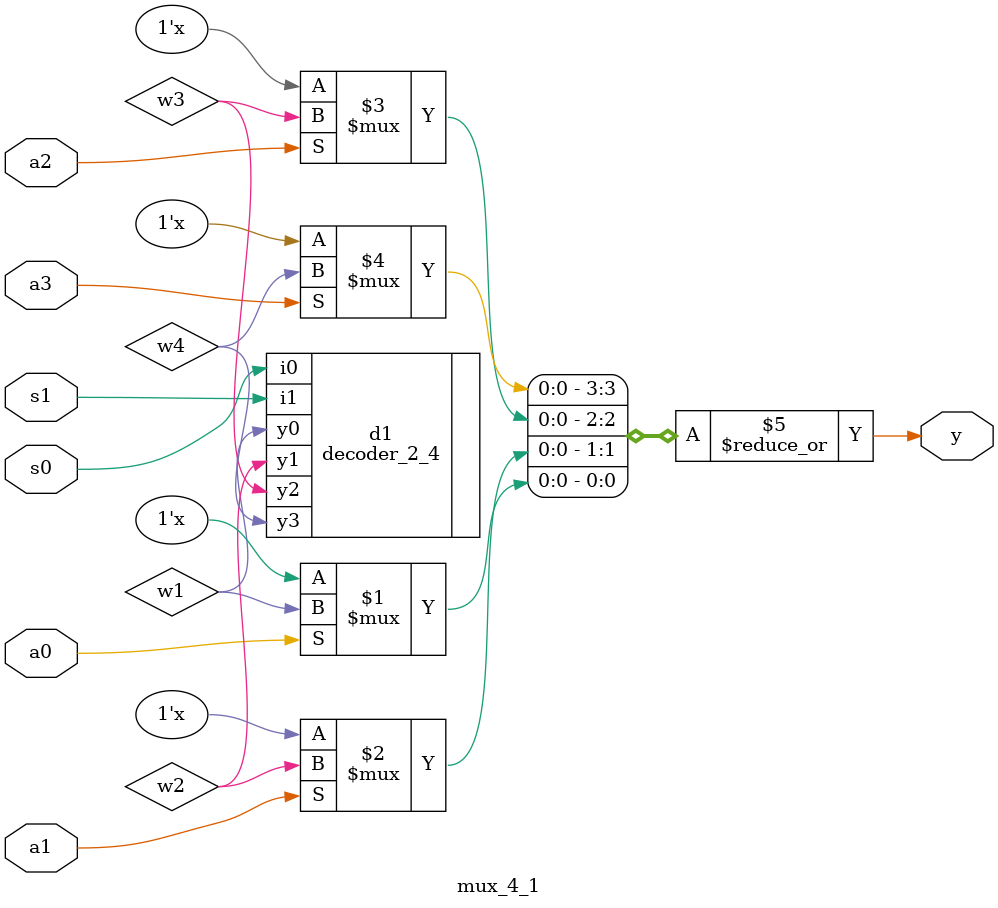
<source format=v>
module mux_4_1(a0, a1, a2, a3, s0, s1, y);

input a0, a1, a2, a3;
input s0, s1;
output wor y;
wire w1, w2, w3, w4;

// instantiation 
decoder_2_4 d1 (.i0(s0), .i1(s1), .y0(w1), .y1(w2), .y2(w3), .y3(w4));

// buffer 
bufif1 b1 (y, w1, a0);
bufif1 b2 (y, w2, a1);
bufif1 b3 (y, w3, a2);
bufif1 b4 (y, w4, a3);

endmodule

</source>
